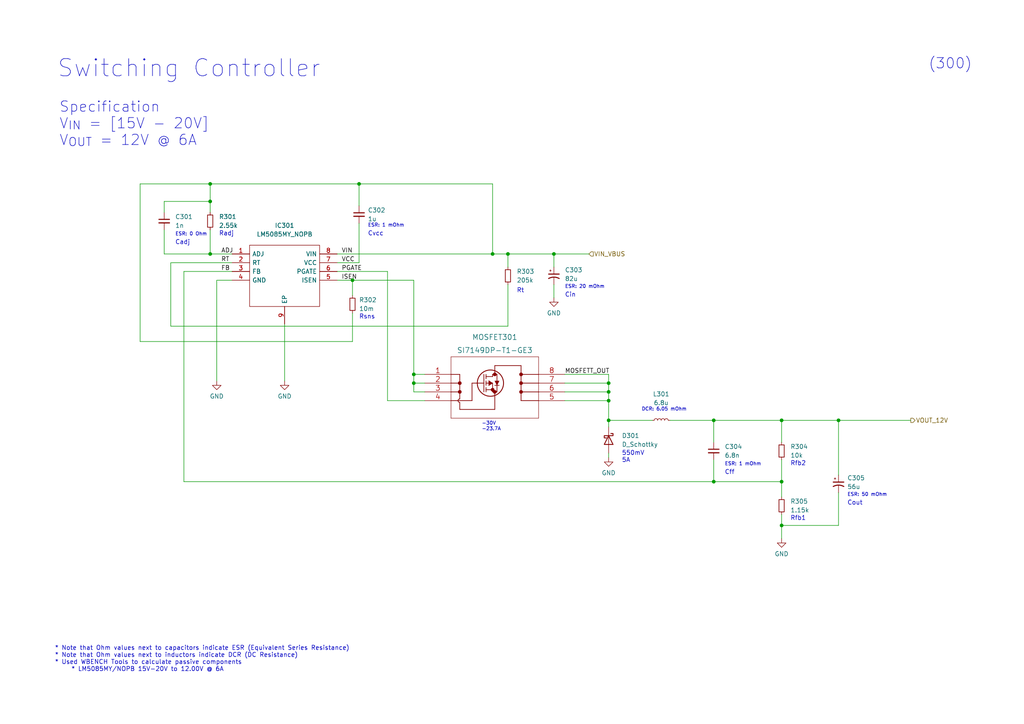
<source format=kicad_sch>
(kicad_sch (version 20211123) (generator eeschema)
  (paper "A4")
  (title_block (date "2022-10-30") (rev "HULA - 0.2") (company "Alexander S. Adranly"))
  (lib_symbols
    (symbol "Device:C_Polarized_Small_US" (pin_numbers hide) (pin_names (offset 0.254) hide)
      (property "Reference" "C" (at 0.254 1.778 0))
      (property "Value" "C_Polarized_Small_US" (at 0.254 -2.032 0))
      (symbol "C_Polarized_Small_US_0_1"
        (polyline (pts (xy -1.524 0.508) (xy 1.524 0.508)) (stroke (width 0.3048)))
        (polyline (pts (xy -1.27 1.524) (xy -0.762 1.524)))
        (polyline (pts (xy -1.016 1.27) (xy -1.016 1.778)))
        (arc (start 1.524 -0.762) (mid 0 -0.3734) (end -1.524 -0.762) (stroke (width 0.3048)))
      )
      (symbol "C_Polarized_Small_US_1_1"
        (pin passive line (at 0 2.54 270) (length 2.032) (name "~") (number "1"))
        (pin passive line (at 0 -2.54 90) (length 2.032) (name "~") (number "2"))
      )
    )
    (symbol "Device:C_Small" (pin_numbers hide) (pin_names (offset 0.254) hide)
      (property "Reference" "C" (at 0.254 1.778 0))
      (property "Value" "C_Small" (at 0.254 -2.032 0))
      (symbol "C_Small_0_1"
        (polyline (pts (xy -1.524 -0.508) (xy 1.524 -0.508)) (stroke (width 0.3302)))
        (polyline (pts (xy -1.524 0.508) (xy 1.524 0.508)) (stroke (width 0.3048)))
      )
      (symbol "C_Small_1_1"
        (pin passive line (at 0 2.54 270) (length 2.032) (name "~") (number "1"))
        (pin passive line (at 0 -2.54 90) (length 2.032) (name "~") (number "2"))
      )
    )
    (symbol "Device:D_Schottky" (pin_numbers hide) (pin_names (offset 1.016) hide)
      (property "Reference" "D" (at 0 2.54 0))
      (property "Value" "D_Schottky" (at 0 -2.54 0))
      (symbol "D_Schottky_0_1"
        (polyline (pts (xy 1.27 0) (xy -1.27 0)))
        (polyline (pts (xy 1.27 1.27) (xy 1.27 -1.27) (xy -1.27 0) (xy 1.27 1.27)) (stroke (width 0.254)))
        (polyline (pts (xy -1.905 0.635) (xy -1.905 1.27) (xy -1.27 1.27) (xy -1.27 -1.27) (xy -0.635 -1.27) (xy -0.635 -0.635)) (stroke (width 0.254)))
      )
      (symbol "D_Schottky_1_1"
        (pin passive line (at -3.81 0 0) (length 2.54) (name "K") (number "1"))
        (pin passive line (at 3.81 0 180) (length 2.54) (name "A") (number "2"))
      )
    )
    (symbol "Device:L_Small" (pin_numbers hide) (pin_names (offset 0.254) hide)
      (property "Reference" "L" (at 0.762 1.016 0))
      (property "Value" "L_Small" (at 0.762 -1.016 0))
      (symbol "L_Small_0_1"
        (arc (start 0 -2.032) (mid 0.508 -1.524) (end 0 -1.016))
        (arc (start 0 -1.016) (mid 0.508 -0.508) (end 0 0))
        (arc (start 0 0) (mid 0.508 0.508) (end 0 1.016))
        (arc (start 0 1.016) (mid 0.508 1.524) (end 0 2.032))
      )
      (symbol "L_Small_1_1"
        (pin passive line (at 0 2.54 270) (length 0.508) (name "~") (number "1"))
        (pin passive line (at 0 -2.54 90) (length 0.508) (name "~") (number "2"))
      )
    )
    (symbol "Device:R_Small" (pin_numbers hide) (pin_names (offset 0.254) hide)
      (property "Reference" "R" (at 0.762 0.508 0))
      (property "Value" "R_Small" (at 0.762 -1.016 0))
      (symbol "R_Small_0_1"
        (rectangle (start -0.762 1.778) (end 0.762 -1.778) (stroke (width 0.2032)))
      )
      (symbol "R_Small_1_1"
        (pin passive line (at 0 2.54 270) (length 0.762) (name "~") (number "1"))
        (pin passive line (at 0 -2.54 90) (length 0.762) (name "~") (number "2"))
      )
    )
    (symbol "SI7149DP-T1-GE3:SI7149DP-T1-GE3" (pin_names (offset 0.254) hide)
      (property "Reference" "MOSFET" (at 20.32 10.16 0))
      (property "Value" "SI7149DP-T1-GE3" (at 20.32 7.62 0))
      (symbol "SI7149DP-T1-GE3_1_1"
        (polyline (pts (xy 7.62 -12.7) (xy 33.02 -12.7)) (stroke (width 0.127)))
        (polyline (pts (xy 7.62 -7.62) (xy 13.716 -7.62)) (stroke (width 0.2032)))
        (polyline (pts (xy 7.62 5.08) (xy 7.62 -12.7)) (stroke (width 0.127)))
        (polyline (pts (xy 10.16 -10.16) (xy 10.16 -8.128)) (stroke (width 0.2032)))
        (polyline (pts (xy 10.16 -7.112) (xy 10.16 0)) (stroke (width 0.2032)))
        (polyline (pts (xy 10.16 -5.08) (xy 7.62 -5.08)) (stroke (width 0.2032)))
        (polyline (pts (xy 10.16 -2.54) (xy 7.62 -2.54)) (stroke (width 0.2032)))
        (polyline (pts (xy 10.16 0) (xy 7.62 0)) (stroke (width 0.2032)))
        (polyline (pts (xy 13.716 -7.62) (xy 13.716 -2.54)) (stroke (width 0.2032)))
        (polyline (pts (xy 13.716 -2.54) (xy 17.145 -2.54)) (stroke (width 0.2032)))
        (polyline (pts (xy 17.145 -5.08) (xy 17.145 0)) (stroke (width 0.2032)))
        (polyline (pts (xy 17.78 -5.08) (xy 17.78 -3.81)) (stroke (width 0.2032)))
        (polyline (pts (xy 17.78 -4.445) (xy 19.685 -4.445)) (stroke (width 0.2032)))
        (polyline (pts (xy 17.78 -3.175) (xy 17.78 -1.905)) (stroke (width 0.2032)))
        (polyline (pts (xy 17.78 -2.54) (xy 19.685 -2.54)) (stroke (width 0.2032)))
        (polyline (pts (xy 17.78 -1.27) (xy 17.78 0)) (stroke (width 0.2032)))
        (polyline (pts (xy 17.78 -0.635) (xy 19.685 -0.635)) (stroke (width 0.2032)))
        (polyline (pts (xy 19.685 -5.08) (xy 19.685 -2.54)) (stroke (width 0.2032)))
        (polyline (pts (xy 19.685 -5.08) (xy 20.955 -5.08)) (stroke (width 0.2032)))
        (polyline (pts (xy 19.685 -0.635) (xy 19.685 0)) (stroke (width 0.2032)))
        (polyline (pts (xy 19.685 0) (xy 20.955 0)) (stroke (width 0.2032)))
        (polyline (pts (xy 20.32 -10.16) (xy 10.16 -10.16)) (stroke (width 0.2032)))
        (polyline (pts (xy 20.32 -10.16) (xy 20.32 -5.08)) (stroke (width 0.2032)))
        (polyline (pts (xy 20.32 0) (xy 20.32 2.54)) (stroke (width 0.2032)))
        (polyline (pts (xy 20.955 -5.08) (xy 20.955 -3.175)) (stroke (width 0.2032)))
        (polyline (pts (xy 20.955 -1.905) (xy 20.955 0)) (stroke (width 0.2032)))
        (polyline (pts (xy 21.59 -3.175) (xy 20.32 -3.175)) (stroke (width 0.2032)))
        (polyline (pts (xy 27.94 -7.62) (xy 27.94 2.54)) (stroke (width 0.2032)))
        (polyline (pts (xy 27.94 -7.62) (xy 33.02 -7.62)) (stroke (width 0.2032)))
        (polyline (pts (xy 27.94 -5.08) (xy 33.02 -5.08)) (stroke (width 0.2032)))
        (polyline (pts (xy 27.94 -2.54) (xy 33.02 -2.54)) (stroke (width 0.2032)))
        (polyline (pts (xy 27.94 0) (xy 33.02 0)) (stroke (width 0.2032)))
        (polyline (pts (xy 27.94 2.54) (xy 20.32 2.54)) (stroke (width 0.2032)))
        (polyline (pts (xy 33.02 -12.7) (xy 33.02 5.08)) (stroke (width 0.127)))
        (polyline (pts (xy 33.02 5.08) (xy 7.62 5.08)) (stroke (width 0.127)))
        (polyline (pts (xy 18.542 -1.778) (xy 19.685 -2.54) (xy 18.542 -3.302) (xy 18.542 -1.778)) (stroke (width 0.0254)) (fill (type outline)))
        (polyline (pts (xy 21.59 -1.905) (xy 20.32 -1.905) (xy 20.955 -3.175) (xy 21.59 -1.905)) (stroke (width 0.0254)) (fill (type outline)))
        (arc (start 10.16 -7.112) (mid 9.652 -7.62) (end 10.16 -8.128) (stroke (width 0.2032)))
        (circle (center 10.16 -5.08) (radius 0.0254) (stroke (width 0.508)))
        (circle (center 10.16 -2.54) (radius 0.0254) (stroke (width 0.508)))
        (circle (center 19.05 -2.54) (radius 3.81) (stroke (width 0.254)))
        (circle (center 19.685 -4.445) (radius 0.0254) (stroke (width 0.508)))
        (circle (center 20.32 -5.08) (radius 0.0254) (stroke (width 0.508)))
        (circle (center 20.32 0) (radius 0.0254) (stroke (width 0.508)))
        (circle (center 27.94 -5.08) (radius 0.0254) (stroke (width 0.508)))
        (circle (center 27.94 -2.54) (radius 0.0254) (stroke (width 0.508)))
        (circle (center 27.94 0) (radius 0.0254) (stroke (width 0.508)))
        (pin unspecified line (at 0 0 0) (length 7.62) (name "1") (number "1"))
        (pin unspecified line (at 0 -2.54 0) (length 7.62) (name "2") (number "2"))
        (pin unspecified line (at 0 -5.08 0) (length 7.62) (name "3") (number "3"))
        (pin unspecified line (at 0 -7.62 0) (length 7.62) (name "4") (number "4"))
        (pin unspecified line (at 40.64 -7.62 180) (length 7.62) (name "5") (number "5"))
        (pin unspecified line (at 40.64 -5.08 180) (length 7.62) (name "6") (number "6"))
        (pin unspecified line (at 40.64 -2.54 180) (length 7.62) (name "7") (number "7"))
        (pin unspecified line (at 40.64 0 180) (length 7.62) (name "8") (number "8"))
      )
    )
    (symbol "SamacSys_Parts:LM5085MY_NOPB" (pin_names (offset 0.762))
      (property "Reference" "IC" (at 26.67 7.62 0))
      (property "Value" "LM5085MY_NOPB" (at 26.67 5.08 0))
      (symbol "LM5085MY_NOPB_0_0"
        (pin passive line (at 0 0 0) (length 5.08) (name "ADJ") (number "1"))
        (pin passive line (at 0 -2.54 0) (length 5.08) (name "RT") (number "2"))
        (pin passive line (at 0 -5.08 0) (length 5.08) (name "FB") (number "3"))
        (pin passive line (at 0 -7.62 0) (length 5.08) (name "GND") (number "4"))
        (pin passive line (at 30.48 -7.62 180) (length 5.08) (name "ISEN") (number "5"))
        (pin passive line (at 30.48 -5.08 180) (length 5.08) (name "PGATE") (number "6"))
        (pin passive line (at 30.48 -2.54 180) (length 5.08) (name "VCC") (number "7"))
        (pin passive line (at 30.48 0 180) (length 5.08) (name "VIN") (number "8"))
        (pin passive line (at 15.24 -20.32 90) (length 5.08) (name "EP") (number "9"))
      )
      (symbol "LM5085MY_NOPB_0_1"
        (polyline (pts (xy 5.08 2.54) (xy 25.4 2.54) (xy 25.4 -15.24) (xy 5.08 -15.24) (xy 5.08 2.54)) (stroke (width 0.1524)))
      )
    )
    (symbol "power:GND" (power) (pin_names (offset 0))
      (property "Value" "GND" (at 0 -3.81 0))
      (symbol "GND_0_1"
        (polyline (pts (xy 0 0) (xy 0 -1.27) (xy 1.27 -1.27) (xy 0 -2.54) (xy -1.27 -1.27) (xy 0 -1.27)))
      )
      (symbol "GND_1_1"
        (pin power_in line (at 0 0 270) (length 0) hide (name "GND") (number "1"))
      )
    )
  )
  (junction (at 102.235 81.28))
  (junction (at 60.96 53.34))
  (junction (at 147.32 73.66))
  (junction (at 207.01 139.7))
  (junction (at 160.655 73.66))
  (junction (at 60.96 58.42))
  (junction (at 226.695 152.4))
  (junction (at 60.96 73.66))
  (junction (at 120.015 111.125))
  (junction (at 207.01 121.92))
  (junction (at 176.53 111.125))
  (junction (at 176.53 113.665))
  (junction (at 176.53 121.92))
  (junction (at 176.53 116.205))
  (junction (at 120.015 108.585))
  (junction (at 104.14 53.34))
  (junction (at 226.695 121.92))
  (junction (at 243.205 121.92))
  (junction (at 226.695 139.7))
  (junction (at 142.875 73.66))
  (wire (pts (xy 147.32 82.55) (xy 147.32 94.615)))
  (wire (pts (xy 243.205 142.875) (xy 243.205 152.4)))
  (wire (pts (xy 194.31 121.92) (xy 207.01 121.92)))
  (wire (pts (xy 226.695 152.4) (xy 226.695 156.21)))
  (wire (pts (xy 104.14 76.2) (xy 104.14 64.77)))
  (wire (pts (xy 40.64 53.34) (xy 60.96 53.34)))
  (wire (pts (xy 226.695 128.27) (xy 226.695 121.92)))
  (wire (pts (xy 120.015 108.585) (xy 120.015 81.28)))
  (wire (pts (xy 120.015 113.665) (xy 120.015 111.125)))
  (wire (pts (xy 176.53 123.825) (xy 176.53 121.92)))
  (wire (pts (xy 53.34 139.7) (xy 207.01 139.7)))
  (wire (pts (xy 142.875 73.66) (xy 147.32 73.66)))
  (wire (pts (xy 60.96 73.66) (xy 67.31 73.66)))
  (wire (pts (xy 102.235 99.06) (xy 40.64 99.06)))
  (wire (pts (xy 47.625 61.595) (xy 47.625 58.42)))
  (wire (pts (xy 120.015 111.125) (xy 120.015 108.585)))
  (wire (pts (xy 53.34 78.74) (xy 53.34 139.7)))
  (wire (pts (xy 67.31 81.28) (xy 62.865 81.28)))
  (wire (pts (xy 226.695 139.7) (xy 207.01 139.7)))
  (wire (pts (xy 176.53 132.715) (xy 176.53 131.445)))
  (wire (pts (xy 112.395 78.74) (xy 112.395 116.205)))
  (wire (pts (xy 49.53 76.2) (xy 67.31 76.2)))
  (wire (pts (xy 176.53 113.665) (xy 176.53 116.205)))
  (wire (pts (xy 176.53 111.125) (xy 176.53 113.665)))
  (wire (pts (xy 226.695 133.35) (xy 226.695 139.7)))
  (wire (pts (xy 176.53 116.205) (xy 176.53 121.92)))
  (wire (pts (xy 102.235 81.28) (xy 120.015 81.28)))
  (wire (pts (xy 163.83 108.585) (xy 176.53 108.585)))
  (wire (pts (xy 226.695 121.92) (xy 207.01 121.92)))
  (wire (pts (xy 123.19 113.665) (xy 120.015 113.665)))
  (wire (pts (xy 102.235 90.805) (xy 102.235 99.06)))
  (wire (pts (xy 60.96 61.595) (xy 60.96 58.42)))
  (wire (pts (xy 104.14 59.69) (xy 104.14 53.34)))
  (wire (pts (xy 97.79 81.28) (xy 102.235 81.28)))
  (wire (pts (xy 62.865 81.28) (xy 62.865 110.49)))
  (wire (pts (xy 97.79 73.66) (xy 142.875 73.66)))
  (wire (pts (xy 60.96 53.34) (xy 104.14 53.34)))
  (wire (pts (xy 160.655 77.47) (xy 160.655 73.66)))
  (wire (pts (xy 47.625 58.42) (xy 60.96 58.42)))
  (wire (pts (xy 47.625 66.675) (xy 47.625 73.66)))
  (wire (pts (xy 97.79 76.2) (xy 104.14 76.2)))
  (wire (pts (xy 40.64 99.06) (xy 40.64 53.34)))
  (wire (pts (xy 104.14 53.34) (xy 142.875 53.34)))
  (wire (pts (xy 82.55 110.49) (xy 82.55 93.98)))
  (wire (pts (xy 243.205 152.4) (xy 226.695 152.4)))
  (wire (pts (xy 160.655 86.36) (xy 160.655 82.55)))
  (wire (pts (xy 147.32 94.615) (xy 49.53 94.615)))
  (wire (pts (xy 264.16 121.92) (xy 243.205 121.92)))
  (wire (pts (xy 60.96 58.42) (xy 60.96 53.34)))
  (wire (pts (xy 207.01 139.7) (xy 207.01 133.35)))
  (wire (pts (xy 147.32 77.47) (xy 147.32 73.66)))
  (wire (pts (xy 60.96 73.66) (xy 60.96 66.675)))
  (wire (pts (xy 163.83 116.205) (xy 176.53 116.205)))
  (wire (pts (xy 97.79 78.74) (xy 112.395 78.74)))
  (wire (pts (xy 142.875 53.34) (xy 142.875 73.66)))
  (wire (pts (xy 147.32 73.66) (xy 160.655 73.66)))
  (wire (pts (xy 160.655 73.66) (xy 170.815 73.66)))
  (wire (pts (xy 243.205 121.92) (xy 226.695 121.92)))
  (wire (pts (xy 226.695 149.225) (xy 226.695 152.4)))
  (wire (pts (xy 243.205 121.92) (xy 243.205 137.795)))
  (wire (pts (xy 47.625 73.66) (xy 60.96 73.66)))
  (wire (pts (xy 226.695 139.7) (xy 226.695 144.145)))
  (wire (pts (xy 189.23 121.92) (xy 176.53 121.92)))
  (wire (pts (xy 163.83 111.125) (xy 176.53 111.125)))
  (wire (pts (xy 120.015 108.585) (xy 123.19 108.585)))
  (wire (pts (xy 163.83 113.665) (xy 176.53 113.665)))
  (wire (pts (xy 120.015 111.125) (xy 123.19 111.125)))
  (wire (pts (xy 102.235 81.28) (xy 102.235 85.725)))
  (wire (pts (xy 207.01 121.92) (xy 207.01 128.27)))
  (wire (pts (xy 49.53 94.615) (xy 49.53 76.2)))
  (wire (pts (xy 123.19 116.205) (xy 112.395 116.205)))
  (wire (pts (xy 67.31 78.74) (xy 53.34 78.74)))
  (wire (pts (xy 176.53 108.585) (xy 176.53 111.125)))
  (text "Rt" (at 149.86 85.09 0) (effects (font (size 1.27 1.27)) (justify left bottom)))
  (text "DCR: 6.05 mOhm" (at 186.055 119.38 0) (effects (font (size 1 1)) (justify left bottom)))
  (text "Rfb1" (at 229.235 151.13 0) (effects (font (size 1.27 1.27)) (justify left bottom)))
  (text "Cin" (at 163.83 86.36 0) (effects (font (size 1.27 1.27)) (justify left bottom)))
  (text "Rsns" (at 104.14 92.71 0) (effects (font (size 1.27 1.27)) (justify left bottom)))
  (text "-30V\n-23.7A" (at 139.7 125.095 0) (effects (font (size 1 1)) (justify left bottom)))
  (text "Cadj" (at 50.8 71.12 0) (effects (font (size 1.27 1.27)) (justify left bottom)))
  (text "Rfb2" (at 229.235 135.255 0) (effects (font (size 1.27 1.27)) (justify left bottom)))
  (text "ESR: 20 mOhm" (at 163.83 83.82 0) (effects (font (size 1 1)) (justify left bottom)))
  (text "ESR: 0 Ohm" (at 50.8 68.58 0) (effects (font (size 1 1)) (justify left bottom)))
  (text "(300)" (at 269.24 20.32 0) (effects (font (size 3 3)) (justify left bottom)))
  (text "Specification\nV_{IN} = [15V - 20V]\nV_{OUT} = 12V @ 6A" (at 17.145 42.545 0) (effects (font (size 3 3)) (justify left bottom)))
  (text "Cff" (at 210.185 137.795 0) (effects (font (size 1.27 1.27)) (justify left bottom)))
  (text "Radj" (at 63.5 68.58 0) (effects (font (size 1.27 1.27)) (justify left bottom)))
  (text "Cvcc" (at 106.68 68.58 0) (effects (font (size 1.27 1.27)) (justify left bottom)))
  (text "* Note that Ohm values next to capacitors indicate ESR (Equivalent Series Resistance)\n* Note that Ohm values next to inductors indicate DCR (DC Resistance)\n* Used WBENCH Tools to calculate passive components\n	* LM5085MY/NOPB 15V-20V to 12.00V @ 6A" (at 15.875 194.945 0) (effects (font (size 1.27 1.27)) (justify left bottom)))
  (text "ESR: 50 mOhm" (at 245.745 144.145 0) (effects (font (size 1 1)) (justify left bottom)))
  (text "ESR: 1 mOhm" (at 106.68 66.04 0) (effects (font (size 1 1)) (justify left bottom)))
  (text "ESR: 1 mOhm" (at 210.185 135.255 0) (effects (font (size 1 1)) (justify left bottom)))
  (text "Cout" (at 245.745 146.685 0) (effects (font (size 1.27 1.27)) (justify left bottom)))
  (text "Switching Controller" (at 16.51 22.86 0) (effects (font (size 5 5)) (justify left bottom)))
  (text "550mV\n5A" (at 180.34 134.3026 0) (effects (font (size 1.27 1.27)) (justify left bottom)))
  (label "MOSFETT_OUT" (at 163.83 108.585 0))
  (label "ISEN" (at 99.06 81.28 0))
  (label "VIN" (at 99.06 73.66 0))
  (label "VCC" (at 99.06 76.2 0))
  (label "ADJ" (at 64.135 73.66 0))
  (label "PGATE" (at 99.06 78.74 0))
  (label "RT" (at 64.135 76.2 0))
  (label "FB" (at 64.135 78.74 0))
  (hierarchical_label "VIN_VBUS" (shape input) (at 170.815 73.66 0))
  (hierarchical_label "VOUT_12V" (shape output) (at 264.16 121.92 0))
  (symbol (lib_id "power:GND") (at 62.865 110.49 0) (unit 1)
    (property "Reference" "#PWR017" (effects hide))
    (property "Value" "GND" (at 62.865 114.935 0))
  )
  (symbol (lib_id "Device:L_Small") (at 191.77 121.92 90) (unit 1)
    (property "Reference" "L301" (at 191.77 114.3 90))
    (property "Value" "6.8u" (at 191.77 116.84 90))
    (property "Footprint" "Manual_Parts:YSPIA1770-6R8M" (effects hide))
    (property "Description" "13A, 20%, DCR 7.5m - DESIGN FOOTPRINT" (effects hide))
    (property "Manufacturer_Name" "YJYCOIN" (effects hide))
    (property "Manufacturer_Part_Number" "YSPIA1770-6R8M" (effects hide))
  )
  (symbol (lib_id "SamacSys_Parts:LM5085MY_NOPB") (at 67.31 73.66 0) (unit 1)
    (property "Reference" "IC301" (at 82.55 65.405 0))
    (property "Value" "LM5085MY_NOPB" (at 82.55 67.945 0))
    (property "Footprint" "SOP65P490X109-9N" (effects hide))
    (property "Datasheet" "http://www.ti.com/lit/gpn/lm5085" (effects hide))
    (property "Description" "Texas Instruments LM5085MY/NOPB, DC-DC Controller, 10A, 75 V Step-Down, 1 MHz, 8-Pin, MSOP" (effects hide))
    (property "Height" "1.09" (effects hide))
    (property "Mouser Part Number" "926-LM5085MY/NOPB" (effects hide))
    (property "Mouser Price/Stock" "https://www.mouser.co.uk/ProductDetail/Texas-Instruments/LM5085MY-NOPB?qs=QbsRYf82W3GFKIepHnw0Ug%3D%3D" (effects hide))
    (property "Manufacturer_Name" "Texas Instruments" (effects hide))
    (property "Manufacturer_Part_Number" "LM5085MY/NOPB" (effects hide))
  )
  (symbol (lib_id "SI7149DP-T1-GE3:SI7149DP-T1-GE3") (at 123.19 108.585 0) (unit 1)
    (property "Reference" "MOSFET301" (at 143.51 97.79 0) (effects (font (size 1.524 1.524))))
    (property "Value" "SI7149DP-T1-GE3" (at 143.51 101.6 0) (effects (font (size 1.524 1.524))))
    (property "Footprint" "SamacSys_Parts:SI7149DP-T1-GE3" (effects hide))
    (property "Manufacturer_Name" "Vishay Intertech" (effects hide))
    (property "Manufacturer_Part_Number" "SI7149DP-T1-GE3" (effects hide))
  )
  (symbol (lib_id "Device:C_Small") (at 47.625 64.135 0) (unit 1)
    (property "Reference" "C301" (at 50.8 62.8712 0) (effects (justify left)))
    (property "Value" "1n" (at 50.8 65.4112 0) (effects (justify left)))
    (property "Footprint" "Capacitor_SMD:C_0805_2012Metric" (effects hide))
    (property "Description" "MLCC, ESR 0m, 50V" (effects hide))
    (property "Manufacturer_Name" "Samsung Electro-Mechanics" (effects hide))
    (property "Manufacturer_Part_Number" "CL21C102JBCNNNC" (effects hide))
  )
  (symbol (lib_id "power:GND") (at 176.53 132.715 0) (unit 1)
    (property "Reference" "#PWR020" (effects hide))
    (property "Value" "GND" (at 176.53 137.16 0))
  )
  (symbol (lib_id "power:GND") (at 226.695 156.21 0) (unit 1)
    (property "Reference" "#PWR022" (effects hide))
    (property "Value" "GND" (at 226.695 160.655 0))
  )
  (symbol (lib_id "Device:R_Small") (at 226.695 146.685 0) (unit 1)
    (property "Reference" "R305" (at 229.235 145.4149 0) (effects (justify left)))
    (property "Value" "1.15k" (at 229.235 147.9549 0) (effects (justify left)))
    (property "Footprint" "Resistor_SMD:R_0402_1005Metric" (effects hide))
    (property "Manufacturer_Name" "RALEC" (effects hide))
    (property "Manufacturer_Part_Number" "RTT021151FTH" (effects hide))
  )
  (symbol (lib_id "Device:R_Small") (at 226.695 130.81 0) (unit 1)
    (property "Reference" "R304" (at 229.235 129.5399 0) (effects (justify left)))
    (property "Value" "10k" (at 229.235 132.0799 0) (effects (justify left)))
    (property "Footprint" "Resistor_SMD:R_0402_1005Metric" (effects hide))
    (property "Manufacturer_Name" "UNI-ROYAL(Uniroyal Elec)" (effects hide))
    (property "Manufacturer_Part_Number" "0402WGF1002TCE" (effects hide))
  )
  (symbol (lib_id "Device:R_Small") (at 147.32 80.01 0) (unit 1)
    (property "Reference" "R303" (at 149.86 78.7399 0) (effects (justify left)))
    (property "Value" "205k" (at 149.86 81.2799 0) (effects (justify left)))
    (property "Footprint" "Resistor_SMD:R_0402_1005Metric" (effects hide))
    (property "Manufacturer_Name" "YAGEO" (effects hide))
    (property "Manufacturer_Part_Number" "AC0402FR-07205KL" (effects hide))
  )
  (symbol (lib_id "Device:C_Small") (at 104.14 62.23 0) (unit 1)
    (property "Reference" "C302" (at 106.68 60.9662 0) (effects (justify left)))
    (property "Value" "1u" (at 106.68 63.5062 0) (effects (justify left)))
    (property "Footprint" "Capacitor_SMD:C_0603_1608Metric" (effects hide))
    (property "Description" "MLCC, ESR 1m, 16V, 10%" (effects hide))
    (property "Manufacturer_Name" "Taiyo Yuden" (effects hide))
    (property "Manufacturer_Part_Number" "EMK107B7105KA-T" (effects hide))
  )
  (symbol (lib_id "Device:C_Polarized_Small_US") (at 243.205 140.335 0) (unit 1)
    (property "Reference" "C305" (at 245.745 138.6331 0) (effects (justify left)))
    (property "Value" "56u" (at 245.745 141.1731 0) (effects (justify left)))
    (property "Footprint" "Capacitor_SMD:CP_Elec_6.3x5.8" (effects hide))
    (property "Description" "Polymer Hybrid, ESR 50m, 25V" (effects hide))
    (property "Manufacturer_Name" "PANASONIC" (effects hide))
    (property "Manufacturer_Part_Number" "EEHZC1E560P" (effects hide))
  )
  (symbol (lib_id "power:GND") (at 160.655 86.36 0) (unit 1)
    (property "Reference" "#PWR021" (effects hide))
    (property "Value" "GND" (at 160.655 90.805 0))
  )
  (symbol (lib_id "Device:D_Schottky") (at 176.53 127.635 270) (unit 1)
    (property "Reference" "D301" (at 180.34 126.365 90) (effects (justify left)))
    (property "Value" "D_Schottky" (at 180.34 128.905 90) (effects (justify left)))
    (property "Footprint" "Diode_SMD:D_SMC" (effects hide))
    (property "Manufacturer_Name" "Diodes Incorporated" (effects hide))
    (property "Manufacturer_Part_Number" "B540C-13-F" (effects hide))
    (property "Description" "550mV, 5A" (effects hide))
  )
  (symbol (lib_id "Device:R_Small") (at 60.96 64.135 0) (unit 1)
    (property "Reference" "R301" (at 63.5 62.8649 0) (effects (justify left)))
    (property "Value" "2.55k" (at 63.5 65.4049 0) (effects (justify left)))
    (property "Footprint" "Resistor_SMD:R_0402_1005Metric" (effects hide))
    (property "Manufacturer_Name" "UNI-ROYAL(Uniroyal Elec)" (effects hide))
    (property "Manufacturer_Part_Number" "TC0250B2551TCC" (effects hide))
  )
  (symbol (lib_id "power:GND") (at 82.55 110.49 0) (unit 1)
    (property "Reference" "#PWR019" (effects hide))
    (property "Value" "GND" (at 82.55 114.935 0))
  )
  (symbol (lib_id "Device:C_Polarized_Small_US") (at 160.655 80.01 0) (unit 1)
    (property "Reference" "C303" (at 163.83 78.3081 0) (effects (justify left)))
    (property "Value" "82u" (at 163.83 80.8481 0) (effects (justify left)))
    (property "Footprint" "Capacitor_SMD:CP_Elec_8x11.9" (effects hide))
    (property "Description" "OS-CON, ESR 20m, 35V" (effects hide))
    (property "Manufacturer_Name" "PANASONIC" (effects hide))
    (property "Manufacturer_Part_Number" "35SVPF82M" (effects hide))
  )
  (symbol (lib_id "Device:C_Small") (at 207.01 130.81 0) (unit 1)
    (property "Reference" "C304" (at 210.185 129.5462 0) (effects (justify left)))
    (property "Value" "6.8n" (at 210.185 132.0862 0) (effects (justify left)))
    (property "Footprint" "Capacitor_SMD:C_0805_2012Metric" (effects hide))
    (property "Description" "MLCC, ESR 1m, 50V" (effects hide))
    (property "Manufacturer_Name" "Murata Electronics" (effects hide))
    (property "Manufacturer_Part_Number" "GRM2195C1H682JA01D" (effects hide))
  )
  (symbol (lib_id "Device:R_Small") (at 102.235 88.265 0) (unit 1)
    (property "Reference" "R302" (at 104.14 86.9949 0) (effects (justify left)))
    (property "Value" "10m" (at 104.14 89.5349 0) (effects (justify left)))
    (property "Footprint" "Resistor_SMD:R_1210_3225Metric" (effects hide))
    (property "Manufacturer_Name" "UNI-ROYAL(Uniroyal Elec)" (effects hide))
    (property "Manufacturer_Part_Number" "1210W2F100MT5E" (effects hide))
  )
)
</source>
